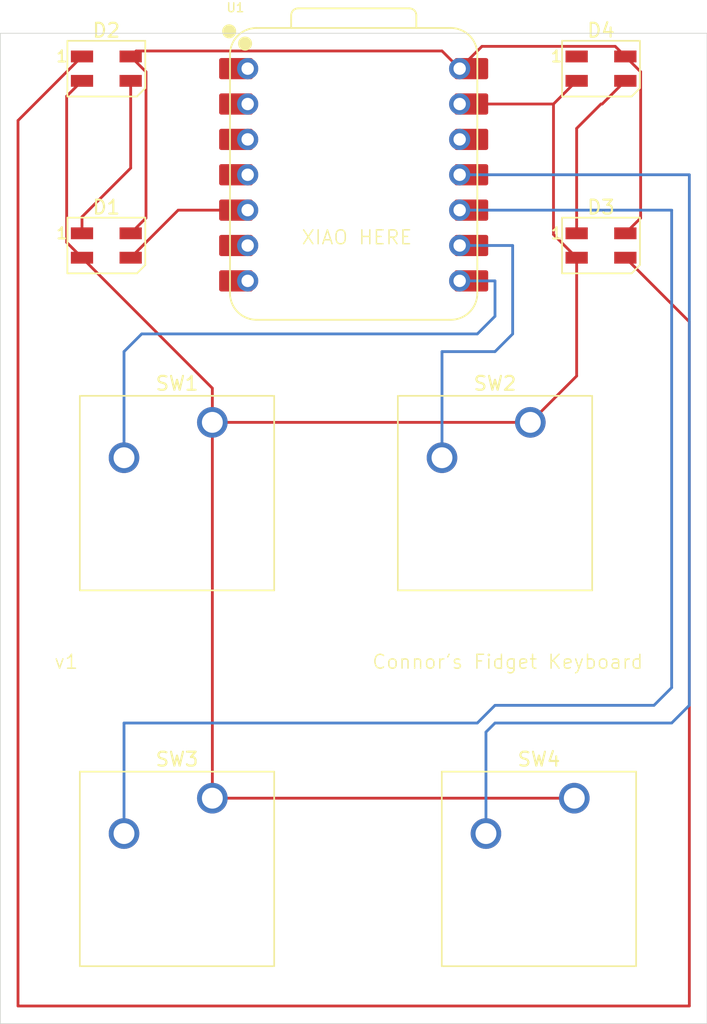
<source format=kicad_pcb>
(kicad_pcb (version 20241229) (generator "pcbnew") (generator_version "9.0")
  (layers (0 "F.Cu" signal) (2 "B.Cu" signal) (13 "F.Paste" user) (15 "B.Paste" user) (5 "F.SilkS" user "F.Silkscreen") (7 "B.SilkS" user "B.Silkscreen") (1 "F.Mask" user) (3 "B.Mask" user) (25 "Edge.Cuts" user))
  (net 0 "")
  (net 1 "GND")
  (net 2 "+5V")
  (net 3 "Net-(D1-DOUT)")
  (net 4 "Net-(D1-DIN)")
  (net 5 "Net-(D2-DOUT)")
  (net 6 "Net-(D3-DOUT)")
  (net 8 "Net-(U1-GPIO1{slash}RX)")
  (net 9 "Net-(U1-GPIO2{slash}SCK)")
  (net 10 "Net-(U1-GPIO4{slash}MISO)")
  (net 11 "Net-(U1-GPIO3{slash}MOSI)")
  (footprint "LED_SMD:LED_SK6812MINI_PLCC4_3.5x3.5mm_P1.75mm" (layer "F.Cu") (at 83.82 63.5)
    (property "Reference" "D2" (at 0 -2.75 0) (layer "F.SilkS"))
    (property "Value" "SK6812MINI")
    (fp_line (start -2.8 -2) (end -2.8 2) (stroke (width 0.12)) (layer "F.SilkS"))
    (fp_line (start -2.8 -2) (end 2.8 -2) (stroke (width 0.12)) (layer "F.SilkS"))
    (fp_line (start -2.8 2) (end 2.2 2) (stroke (width 0.12)) (layer "F.SilkS"))
    (fp_line (start 2.8 1.4) (end 2.2 2) (stroke (width 0.12)) (layer "F.SilkS"))
    (fp_line (start 2.8 1.4) (end 2.8 -2) (stroke (width 0.12)) (layer "F.SilkS"))
    (fp_text user "1" (at -3.2 -0.875 0) (layer "F.SilkS") (effects (font (size 0.8 0.8))))
    (pad "1" smd rect (at -1.75 -0.875) (size 1.6 0.85) (layers "F.Cu" "F.Mask" "F.Paste") (net 5 "Net-(D2-DOUT)"))
    (pad "2" smd rect (at -1.75 0.875) (size 1.6 0.85) (layers "F.Cu" "F.Mask" "F.Paste") (net 1 "GND"))
    (pad "3" smd rect (at 1.75 0.875) (size 1.6 0.85) (layers "F.Cu" "F.Mask" "F.Paste") (net 3 "Net-(D1-DOUT)"))
    (pad "4" smd rect (at 1.75 -0.875) (size 1.6 0.85) (layers "F.Cu" "F.Mask" "F.Paste") (net 2 "+5V"))
  )
  (footprint "Button_Switch_Keyboard:SW_Cherry_MX_1.00u_PCB" (layer "F.Cu") (at 117.46 115.8875)
    (property "Reference" "SW4" (at -2.54 -2.794 0) (layer "F.SilkS"))
    (property "Value" "SW_Push")
    (fp_line (start -9.525 -1.905) (end 4.445 -1.905) (stroke (width 0.12)) (layer "F.SilkS"))
    (fp_line (start -9.525 12.065) (end -9.525 -1.905) (stroke (width 0.12)) (layer "F.SilkS"))
    (fp_line (start 4.445 -1.905) (end 4.445 12.065) (stroke (width 0.12)) (layer "F.SilkS"))
    (fp_line (start 4.445 12.065) (end -9.525 12.065) (stroke (width 0.12)) (layer "F.SilkS"))
    (pad "" np_thru_hole circle (at -7.62 5.08) (size 1.7 1.7) (drill 1.7) (layers "*.Cu" "*.Mask"))
    (pad "" np_thru_hole circle (at -2.54 5.08) (size 4 4) (drill 4) (layers "*.Cu" "*.Mask"))
    (pad "" np_thru_hole circle (at 2.54 5.08) (size 1.7 1.7) (drill 1.7) (layers "*.Cu" "*.Mask"))
    (pad "1" thru_hole circle (at 0 0) (size 2.2 2.2) (drill 1.5) (layers "*.Cu" "*.Mask") (net 1 "GND"))
    (pad "2" thru_hole circle (at -6.35 2.54) (size 2.2 2.2) (drill 1.5) (layers "*.Cu" "*.Mask") (net 11 "Net-(U1-GPIO3{slash}MOSI)"))
  )
  (footprint "OPL:XIAO-RP2040-DIP" (layer "F.Cu") (at 101.6 71.12)
    (property "Reference" "U1" (at -8.5 -12 0) (layer "F.SilkS") (effects (font (size 0.635 0.635) (thickness 0.1016))))
    (property "Value" "XIAO-RP2040-DIP")
    (fp_line (start -8.89 8.509) (end -8.89 -8.636) (stroke (width 0.127)) (layer "F.SilkS"))
    (fp_line (start -6.985 10.414) (end 6.985 10.414) (stroke (width 0.127)) (layer "F.SilkS"))
    (fp_line (start -4.495 -10.541) (end -4.491272 -11.451272) (stroke (width 0.127)) (layer "F.SilkS"))
    (fp_line (start -3.991272 -11.951) (end 4.004 -11.951) (stroke (width 0.127)) (layer "F.SilkS"))
    (fp_line (start 4.504 -11.451) (end 4.504 -10.541) (stroke (width 0.127)) (layer "F.SilkS"))
    (fp_line (start 6.985 -10.541) (end -6.985 -10.541) (stroke (width 0.1)) (layer "F.SilkS"))
    (fp_line (start 6.985 -10.541) (end -6.985 -10.541) (stroke (width 0.127)) (layer "F.SilkS"))
    (fp_line (start 8.89 8.509) (end 8.89 -8.636) (stroke (width 0.127)) (layer "F.SilkS"))
    (fp_arc (start -8.89 -8.636) (mid -8.332038 -9.983038) (end -6.985 -10.541) (stroke (width 0.127)) (layer "F.SilkS"))
    (fp_arc (start -6.985 10.414) (mid -8.332038 9.856038) (end -8.89 8.509) (stroke (width 0.127)) (layer "F.SilkS"))
    (fp_arc (start -4.491272 -11.451272) (mid -4.344728 -11.80464) (end -3.991272 -11.951) (stroke (width 0.127)) (layer "F.SilkS"))
    (fp_arc (start 4.004 -11.951) (mid 4.357553 -11.804553) (end 4.504 -11.451) (stroke (width 0.127)) (layer "F.SilkS"))
    (fp_arc (start 6.985 -10.541) (mid 8.332038 -9.983038) (end 8.89 -8.636) (stroke (width 0.127)) (layer "F.SilkS"))
    (fp_arc (start 8.89 8.509) (mid 8.332038 9.856038) (end 6.985 10.414) (stroke (width 0.127)) (layer "F.SilkS"))
    (fp_circle (center -8.95 -10.3) (end -8.95 -10.554) (stroke (width 0.5)) (fill yes) (layer "F.SilkS"))
    (fp_circle (center -7.807 -9.42) (end -7.807 -9.674) (stroke (width 0.5)) (fill yes) (layer "F.SilkS"))
    (pad "1" smd roundrect (at -8.455 -7.62 180) (size 2.432 1.524) (layers "F.Cu" "F.Mask") (roundrect_rratio 0.1))
    (pad "1" thru_hole circle (at -7.62 -7.62 180) (size 1.524 1.524) (drill 0.889) (layers "*.Cu" "*.Mask"))
    (pad "2" smd roundrect (at -8.455 -5.08 180) (size 2.432 1.524) (layers "F.Cu" "F.Mask") (roundrect_rratio 0.1))
    (pad "2" thru_hole circle (at -7.62 -5.08 180) (size 1.524 1.524) (drill 0.889) (layers "*.Cu" "*.Mask"))
    (pad "3" smd roundrect (at -8.455 -2.54 180) (size 2.432 1.524) (layers "F.Cu" "F.Mask") (roundrect_rratio 0.1))
    (pad "3" thru_hole circle (at -7.62 -2.54 180) (size 1.524 1.524) (drill 0.889) (layers "*.Cu" "*.Mask"))
    (pad "4" smd roundrect (at -8.455 0 180) (size 2.432 1.524) (layers "F.Cu" "F.Mask") (roundrect_rratio 0.1))
    (pad "4" thru_hole circle (at -7.62 0 180) (size 1.524 1.524) (drill 0.889) (layers "*.Cu" "*.Mask"))
    (pad "5" smd roundrect (at -8.455 2.54 180) (size 2.432 1.524) (layers "F.Cu" "F.Mask") (roundrect_rratio 0.1) (net 4 "Net-(D1-DIN)"))
    (pad "5" thru_hole circle (at -7.62 2.54 180) (size 1.524 1.524) (drill 0.889) (layers "*.Cu" "*.Mask") (net 4 "Net-(D1-DIN)"))
    (pad "6" smd roundrect (at -8.455 5.08 180) (size 2.432 1.524) (layers "F.Cu" "F.Mask") (roundrect_rratio 0.1))
    (pad "6" thru_hole circle (at -7.62 5.08 180) (size 1.524 1.524) (drill 0.889) (layers "*.Cu" "*.Mask"))
    (pad "7" smd roundrect (at -8.455 7.62 180) (size 2.432 1.524) (layers "F.Cu" "F.Mask") (roundrect_rratio 0.1))
    (pad "7" thru_hole circle (at -7.62 7.62 180) (size 1.524 1.524) (drill 0.889) (layers "*.Cu" "*.Mask"))
    (pad "8" thru_hole circle (at 7.62 7.62) (size 1.524 1.524) (drill 0.889) (layers "*.Cu" "*.Mask") (net 8 "Net-(U1-GPIO1{slash}RX)"))
    (pad "8" smd roundrect (at 8.455 7.62) (size 2.432 1.524) (layers "F.Cu" "F.Mask") (roundrect_rratio 0.1) (net 8 "Net-(U1-GPIO1{slash}RX)"))
    (pad "9" thru_hole circle (at 7.62 5.08) (size 1.524 1.524) (drill 0.889) (layers "*.Cu" "*.Mask") (net 9 "Net-(U1-GPIO2{slash}SCK)"))
    (pad "9" smd roundrect (at 8.455 5.08) (size 2.432 1.524) (layers "F.Cu" "F.Mask") (roundrect_rratio 0.1) (net 9 "Net-(U1-GPIO2{slash}SCK)"))
    (pad "10" thru_hole circle (at 7.62 2.54) (size 1.524 1.524) (drill 0.889) (layers "*.Cu" "*.Mask") (net 10 "Net-(U1-GPIO4{slash}MISO)"))
    (pad "10" smd roundrect (at 8.455 2.54) (size 2.432 1.524) (layers "F.Cu" "F.Mask") (roundrect_rratio 0.1) (net 10 "Net-(U1-GPIO4{slash}MISO)"))
    (pad "11" thru_hole circle (at 7.62 0) (size 1.524 1.524) (drill 0.889) (layers "*.Cu" "*.Mask") (net 11 "Net-(U1-GPIO3{slash}MOSI)"))
    (pad "11" smd roundrect (at 8.455 0) (size 2.432 1.524) (layers "F.Cu" "F.Mask") (roundrect_rratio 0.1) (net 11 "Net-(U1-GPIO3{slash}MOSI)"))
    (pad "12" thru_hole circle (at 7.62 -2.54) (size 1.524 1.524) (drill 0.889) (layers "*.Cu" "*.Mask"))
    (pad "12" smd roundrect (at 8.455 -2.54) (size 2.432 1.524) (layers "F.Cu" "F.Mask") (roundrect_rratio 0.1))
    (pad "13" thru_hole circle (at 7.62 -5.08) (size 1.524 1.524) (drill 0.889) (layers "*.Cu" "*.Mask") (net 1 "GND"))
    (pad "13" smd roundrect (at 8.455 -5.08) (size 2.432 1.524) (layers "F.Cu" "F.Mask") (roundrect_rratio 0.1) (net 1 "GND"))
    (pad "14" thru_hole circle (at 7.62 -7.62) (size 1.524 1.524) (drill 0.889) (layers "*.Cu" "*.Mask") (net 2 "+5V"))
    (pad "14" smd roundrect (at 8.455 -7.62) (size 2.432 1.524) (layers "F.Cu" "F.Mask") (roundrect_rratio 0.1) (net 2 "+5V"))
  )
  (footprint "LED_SMD:LED_SK6812MINI_PLCC4_3.5x3.5mm_P1.75mm" (layer "F.Cu") (at 119.38 63.5)
    (property "Reference" "D4" (at 0 -2.75 0) (layer "F.SilkS"))
    (property "Value" "SK6812MINI")
    (fp_line (start -2.8 -2) (end -2.8 2) (stroke (width 0.12)) (layer "F.SilkS"))
    (fp_line (start -2.8 -2) (end 2.8 -2) (stroke (width 0.12)) (layer "F.SilkS"))
    (fp_line (start -2.8 2) (end 2.2 2) (stroke (width 0.12)) (layer "F.SilkS"))
    (fp_line (start 2.8 1.4) (end 2.2 2) (stroke (width 0.12)) (layer "F.SilkS"))
    (fp_line (start 2.8 1.4) (end 2.8 -2) (stroke (width 0.12)) (layer "F.SilkS"))
    (fp_text user "1" (at -3.2 -0.875 0) (layer "F.SilkS") (effects (font (size 0.8 0.8))))
    (pad "1" smd rect (at -1.75 -0.875) (size 1.6 0.85) (layers "F.Cu" "F.Mask" "F.Paste"))
    (pad "2" smd rect (at -1.75 0.875) (size 1.6 0.85) (layers "F.Cu" "F.Mask" "F.Paste") (net 1 "GND"))
    (pad "3" smd rect (at 1.75 0.875) (size 1.6 0.85) (layers "F.Cu" "F.Mask" "F.Paste") (net 6 "Net-(D3-DOUT)"))
    (pad "4" smd rect (at 1.75 -0.875) (size 1.6 0.85) (layers "F.Cu" "F.Mask" "F.Paste") (net 2 "+5V"))
  )
  (footprint "LED_SMD:LED_SK6812MINI_PLCC4_3.5x3.5mm_P1.75mm" (layer "F.Cu") (at 83.82 76.2)
    (property "Reference" "D1" (at 0 -2.75 0) (layer "F.SilkS"))
    (property "Value" "SK6812MINI")
    (fp_line (start -2.8 -2) (end -2.8 2) (stroke (width 0.12)) (layer "F.SilkS"))
    (fp_line (start -2.8 -2) (end 2.8 -2) (stroke (width 0.12)) (layer "F.SilkS"))
    (fp_line (start -2.8 2) (end 2.2 2) (stroke (width 0.12)) (layer "F.SilkS"))
    (fp_line (start 2.8 1.4) (end 2.2 2) (stroke (width 0.12)) (layer "F.SilkS"))
    (fp_line (start 2.8 1.4) (end 2.8 -2) (stroke (width 0.12)) (layer "F.SilkS"))
    (fp_text user "1" (at -3.2 -0.875 0) (layer "F.SilkS") (effects (font (size 0.8 0.8))))
    (pad "1" smd rect (at -1.75 -0.875) (size 1.6 0.85) (layers "F.Cu" "F.Mask" "F.Paste") (net 3 "Net-(D1-DOUT)"))
    (pad "2" smd rect (at -1.75 0.875) (size 1.6 0.85) (layers "F.Cu" "F.Mask" "F.Paste") (net 1 "GND"))
    (pad "3" smd rect (at 1.75 0.875) (size 1.6 0.85) (layers "F.Cu" "F.Mask" "F.Paste") (net 4 "Net-(D1-DIN)"))
    (pad "4" smd rect (at 1.75 -0.875) (size 1.6 0.85) (layers "F.Cu" "F.Mask" "F.Paste") (net 2 "+5V"))
  )
  (footprint "LED_SMD:LED_SK6812MINI_PLCC4_3.5x3.5mm_P1.75mm" (layer "F.Cu") (at 119.38 76.2)
    (property "Reference" "D3" (at 0 -2.75 0) (layer "F.SilkS"))
    (property "Value" "SK6812MINI")
    (fp_line (start -2.8 -2) (end -2.8 2) (stroke (width 0.12)) (layer "F.SilkS"))
    (fp_line (start -2.8 -2) (end 2.8 -2) (stroke (width 0.12)) (layer "F.SilkS"))
    (fp_line (start -2.8 2) (end 2.2 2) (stroke (width 0.12)) (layer "F.SilkS"))
    (fp_line (start 2.8 1.4) (end 2.2 2) (stroke (width 0.12)) (layer "F.SilkS"))
    (fp_line (start 2.8 1.4) (end 2.8 -2) (stroke (width 0.12)) (layer "F.SilkS"))
    (fp_text user "1" (at -3.2 -0.875 0) (layer "F.SilkS") (effects (font (size 0.8 0.8))))
    (pad "1" smd rect (at -1.75 -0.875) (size 1.6 0.85) (layers "F.Cu" "F.Mask" "F.Paste") (net 6 "Net-(D3-DOUT)"))
    (pad "2" smd rect (at -1.75 0.875) (size 1.6 0.85) (layers "F.Cu" "F.Mask" "F.Paste") (net 1 "GND"))
    (pad "3" smd rect (at 1.75 0.875) (size 1.6 0.85) (layers "F.Cu" "F.Mask" "F.Paste") (net 5 "Net-(D2-DOUT)"))
    (pad "4" smd rect (at 1.75 -0.875) (size 1.6 0.85) (layers "F.Cu" "F.Mask" "F.Paste") (net 2 "+5V"))
  )
  (footprint "Button_Switch_Keyboard:SW_Cherry_MX_1.00u_PCB" (layer "F.Cu") (at 91.44 88.9)
    (property "Reference" "SW1" (at -2.54 -2.794 0) (layer "F.SilkS"))
    (property "Value" "SW_Push")
    (fp_line (start -9.525 -1.905) (end 4.445 -1.905) (stroke (width 0.12)) (layer "F.SilkS"))
    (fp_line (start -9.525 12.065) (end -9.525 -1.905) (stroke (width 0.12)) (layer "F.SilkS"))
    (fp_line (start 4.445 -1.905) (end 4.445 12.065) (stroke (width 0.12)) (layer "F.SilkS"))
    (fp_line (start 4.445 12.065) (end -9.525 12.065) (stroke (width 0.12)) (layer "F.SilkS"))
    (pad "" np_thru_hole circle (at -7.62 5.08) (size 1.7 1.7) (drill 1.7) (layers "*.Cu" "*.Mask"))
    (pad "" np_thru_hole circle (at -2.54 5.08) (size 4 4) (drill 4) (layers "*.Cu" "*.Mask"))
    (pad "" np_thru_hole circle (at 2.54 5.08) (size 1.7 1.7) (drill 1.7) (layers "*.Cu" "*.Mask"))
    (pad "1" thru_hole circle (at 0 0) (size 2.2 2.2) (drill 1.5) (layers "*.Cu" "*.Mask") (net 1 "GND"))
    (pad "2" thru_hole circle (at -6.35 2.54) (size 2.2 2.2) (drill 1.5) (layers "*.Cu" "*.Mask") (net 8 "Net-(U1-GPIO1{slash}RX)"))
  )
  (footprint "Button_Switch_Keyboard:SW_Cherry_MX_1.00u_PCB" (layer "F.Cu") (at 114.3 88.9)
    (property "Reference" "SW2" (at -2.54 -2.794 0) (layer "F.SilkS"))
    (property "Value" "SW_Push")
    (fp_line (start -9.525 -1.905) (end 4.445 -1.905) (stroke (width 0.12)) (layer "F.SilkS"))
    (fp_line (start -9.525 12.065) (end -9.525 -1.905) (stroke (width 0.12)) (layer "F.SilkS"))
    (fp_line (start 4.445 -1.905) (end 4.445 12.065) (stroke (width 0.12)) (layer "F.SilkS"))
    (fp_line (start 4.445 12.065) (end -9.525 12.065) (stroke (width 0.12)) (layer "F.SilkS"))
    (pad "" np_thru_hole circle (at -7.62 5.08) (size 1.7 1.7) (drill 1.7) (layers "*.Cu" "*.Mask"))
    (pad "" np_thru_hole circle (at -2.54 5.08) (size 4 4) (drill 4) (layers "*.Cu" "*.Mask"))
    (pad "" np_thru_hole circle (at 2.54 5.08) (size 1.7 1.7) (drill 1.7) (layers "*.Cu" "*.Mask"))
    (pad "1" thru_hole circle (at 0 0) (size 2.2 2.2) (drill 1.5) (layers "*.Cu" "*.Mask") (net 1 "GND"))
    (pad "2" thru_hole circle (at -6.35 2.54) (size 2.2 2.2) (drill 1.5) (layers "*.Cu" "*.Mask") (net 9 "Net-(U1-GPIO2{slash}SCK)"))
  )
  (footprint "Button_Switch_Keyboard:SW_Cherry_MX_1.00u_PCB" (layer "F.Cu") (at 91.44 115.8875)
    (property "Reference" "SW3" (at -2.54 -2.794 0) (layer "F.SilkS"))
    (property "Value" "SW_Push")
    (fp_line (start -9.525 -1.905) (end 4.445 -1.905) (stroke (width 0.12)) (layer "F.SilkS"))
    (fp_line (start -9.525 12.065) (end -9.525 -1.905) (stroke (width 0.12)) (layer "F.SilkS"))
    (fp_line (start 4.445 -1.905) (end 4.445 12.065) (stroke (width 0.12)) (layer "F.SilkS"))
    (fp_line (start 4.445 12.065) (end -9.525 12.065) (stroke (width 0.12)) (layer "F.SilkS"))
    (pad "" np_thru_hole circle (at -7.62 5.08) (size 1.7 1.7) (drill 1.7) (layers "*.Cu" "*.Mask"))
    (pad "" np_thru_hole circle (at -2.54 5.08) (size 4 4) (drill 4) (layers "*.Cu" "*.Mask"))
    (pad "" np_thru_hole circle (at 2.54 5.08) (size 1.7 1.7) (drill 1.7) (layers "*.Cu" "*.Mask"))
    (pad "1" thru_hole circle (at 0 0) (size 2.2 2.2) (drill 1.5) (layers "*.Cu" "*.Mask") (net 1 "GND"))
    (pad "2" thru_hole circle (at -6.35 2.54) (size 2.2 2.2) (drill 1.5) (layers "*.Cu" "*.Mask") (net 10 "Net-(U1-GPIO4{slash}MISO)"))
  )
  (gr_rect (start 76.2 60.96) (end 127 132.08) (stroke (width 0.05)) (fill no) (layer "Edge.Cuts"))
  (gr_text "XIAO HERE" (at 97.79 76.2 0) (layer "F.SilkS") (effects (font (size 1 1) (thickness 0.1)) (justify left bottom)))
  (gr_text "Connor's Fidget Keyboard" (at 102.87 106.68 0) (layer "F.SilkS") (effects (font (size 1 1) (thickness 0.1)) (justify left bottom)))
  (gr_text "v1" (at 80.01 106.68 0) (layer "F.SilkS") (effects (font (size 1 1) (thickness 0.1)) (justify left bottom)))
  (segment (start 117.63 77.075) (end 117.63 85.57) (width 0.2) (layer "F.Cu") (net 1))
  (segment (start 80.969 65.476) (end 80.969 75.974) (width 0.2) (layer "F.Cu") (net 1))
  (segment (start 80.969 75.974) (end 82.07 77.075) (width 0.2) (layer "F.Cu") (net 1))
  (segment (start 115.965 75.41) (end 115.965 66.04) (width 0.2) (layer "F.Cu") (net 1))
  (segment (start 115.965 66.04) (end 109.22 66.04) (width 0.2) (layer "F.Cu") (net 1))
  (segment (start 91.44 88.9) (end 91.44 86.445) (width 0.2) (layer "F.Cu") (net 1))
  (segment (start 91.44 88.9) (end 114.3 88.9) (width 0.2) (layer "F.Cu") (net 1))
  (segment (start 117.63 85.57) (end 114.3 88.9) (width 0.2) (layer "F.Cu") (net 1))
  (segment (start 82.07 64.375) (end 80.969 65.476) (width 0.2) (layer "F.Cu") (net 1))
  (segment (start 117.46 115.8875) (end 91.44 115.8875) (width 0.2) (layer "F.Cu") (net 1))
  (segment (start 91.44 86.445) (end 82.07 77.075) (width 0.2) (layer "F.Cu") (net 1))
  (segment (start 91.44 115.8875) (end 91.44 88.9) (width 0.2) (layer "F.Cu") (net 1))
  (segment (start 117.63 64.375) (end 115.965 66.04) (width 0.2) (layer "F.Cu") (net 1))
  (segment (start 117.63 77.075) (end 115.965 75.41) (width 0.2) (layer "F.Cu") (net 1))
  (segment (start 85.965 62.23) (end 85.57 62.625) (width 0.2) (layer "F.Cu") (net 2))
  (segment (start 120.404 61.899) (end 121.13 62.625) (width 0.2) (layer "F.Cu") (net 2))
  (segment (start 122.231 63.726) (end 121.13 62.625) (width 0.2) (layer "F.Cu") (net 2))
  (segment (start 107.95 62.23) (end 85.965 62.23) (width 0.2) (layer "F.Cu") (net 2))
  (segment (start 110.821 61.899) (end 120.404 61.899) (width 0.2) (layer "F.Cu") (net 2))
  (segment (start 85.57 75.325) (end 86.671 74.224) (width 0.2) (layer "F.Cu") (net 2))
  (segment (start 122.231 74.224) (end 122.231 63.726) (width 0.2) (layer "F.Cu") (net 2))
  (segment (start 86.671 63.726) (end 85.57 62.625) (width 0.2) (layer "F.Cu") (net 2))
  (segment (start 121.13 75.325) (end 122.231 74.224) (width 0.2) (layer "F.Cu") (net 2))
  (segment (start 109.22 63.5) (end 107.95 62.23) (width 0.2) (layer "F.Cu") (net 2))
  (segment (start 109.22 63.5) (end 110.821 61.899) (width 0.2) (layer "F.Cu") (net 2))
  (segment (start 86.671 74.224) (end 86.671 63.726) (width 0.2) (layer "F.Cu") (net 2))
  (segment (start 82.07 74.14) (end 85.57 70.64) (width 0.2) (layer "F.Cu") (net 3))
  (segment (start 82.07 75.325) (end 82.07 74.14) (width 0.2) (layer "F.Cu") (net 3))
  (segment (start 85.57 70.64) (end 85.57 64.375) (width 0.2) (layer "F.Cu") (net 3))
  (segment (start 88.985 73.66) (end 93.98 73.66) (width 0.2) (layer "F.Cu") (net 4))
  (segment (start 85.57 77.075) (end 88.985 73.66) (width 0.2) (layer "F.Cu") (net 4))
  (segment (start 125.73 81.675) (end 121.13 77.075) (width 0.2) (layer "F.Cu") (net 5))
  (segment (start 77.47 130.81) (end 125.73 130.81) (width 0.2) (layer "F.Cu") (net 5))
  (segment (start 82.07 62.625) (end 77.47 67.225) (width 0.2) (layer "F.Cu") (net 5))
  (segment (start 125.73 130.81) (end 125.73 81.675) (width 0.2) (layer "F.Cu") (net 5))
  (segment (start 77.47 67.225) (end 77.47 130.81) (width 0.2) (layer "F.Cu") (net 5))
  (segment (start 119.38 66.04) (end 117.63 67.79) (width 0.2) (layer "F.Cu") (net 6))
  (segment (start 119.465 66.04) (end 119.38 66.04) (width 0.2) (layer "F.Cu") (net 6))
  (segment (start 121.13 64.375) (end 119.465 66.04) (width 0.2) (layer "F.Cu") (net 6))
  (segment (start 117.63 67.79) (end 117.63 75.325) (width 0.2) (layer "F.Cu") (net 6))
  (segment (start 110.49 82.55) (end 111.76 81.28) (width 0.2) (layer "B.Cu") (net 8))
  (segment (start 111.76 78.74) (end 109.22 78.74) (width 0.2) (layer "B.Cu") (net 8))
  (segment (start 85.09 83.82) (end 86.36 82.55) (width 0.2) (layer "B.Cu") (net 8))
  (segment (start 86.36 82.55) (end 110.49 82.55) (width 0.2) (layer "B.Cu") (net 8))
  (segment (start 111.76 81.28) (end 111.76 78.74) (width 0.2) (layer "B.Cu") (net 8))
  (segment (start 85.09 91.44) (end 85.09 83.82) (width 0.2) (layer "B.Cu") (net 8))
  (segment (start 107.95 91.44) (end 107.95 83.82) (width 0.2) (layer "B.Cu") (net 9))
  (segment (start 107.95 83.82) (end 111.76 83.82) (width 0.2) (layer "B.Cu") (net 9))
  (segment (start 113.03 76.2) (end 109.22 76.2) (width 0.2) (layer "B.Cu") (net 9))
  (segment (start 111.76 83.82) (end 113.03 82.55) (width 0.2) (layer "B.Cu") (net 9))
  (segment (start 113.03 82.55) (end 113.03 76.2) (width 0.2) (layer "B.Cu") (net 9))
  (segment (start 111.76 109.22) (end 123.19 109.22) (width 0.2) (layer "B.Cu") (net 10))
  (segment (start 124.46 73.66) (end 109.22 73.66) (width 0.2) (layer "B.Cu") (net 10))
  (segment (start 124.46 107.95) (end 124.46 73.66) (width 0.2) (layer "B.Cu") (net 10))
  (segment (start 85.09 118.4275) (end 85.09 110.49) (width 0.2) (layer "B.Cu") (net 10))
  (segment (start 110.49 110.49) (end 111.76 109.22) (width 0.2) (layer "B.Cu") (net 10))
  (segment (start 123.19 109.22) (end 124.46 107.95) (width 0.2) (layer "B.Cu") (net 10))
  (segment (start 85.09 110.49) (end 110.49 110.49) (width 0.2) (layer "B.Cu") (net 10))
  (segment (start 125.73 71.12) (end 109.22 71.12) (width 0.2) (layer "B.Cu") (net 11))
  (segment (start 111.11 111.14) (end 111.76 110.49) (width 0.2) (layer "B.Cu") (net 11))
  (segment (start 111.76 110.49) (end 124.46 110.49) (width 0.2) (layer "B.Cu") (net 11))
  (segment (start 124.46 110.49) (end 125.73 109.22) (width 0.2) (layer "B.Cu") (net 11))
  (segment (start 111.11 118.4275) (end 111.11 111.14) (width 0.2) (layer "B.Cu") (net 11))
  (segment (start 125.73 109.22) (end 125.73 71.12) (width 0.2) (layer "B.Cu") (net 11))
)
</source>
